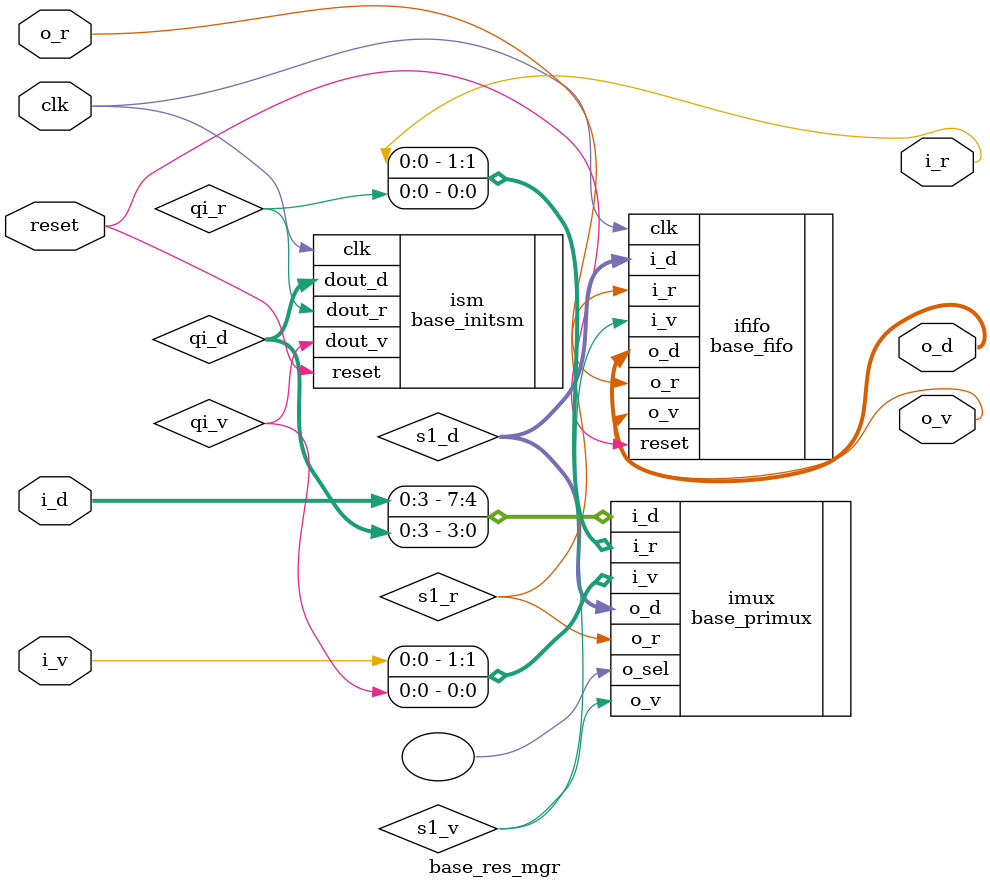
<source format=sv>
/*
 * Copyright 2017 IBM Corporation
 * Licensed to the Apache Software Foundation (ASF) under one
 * or more contributor license agreements.  See the NOTICE file
 * distributed with this work for additional information
 * regarding copyright ownership.  The ASF licenses this file
 * to you under the Apache License, Version 2.0 (the
 * "License"); you may not use this file except in compliance
 * with the License.  You may obtain a copy of the License at
 *
 *     http://www.apache.org/licenses/LICENSE-2.0
 *
 * Unless required by applicable law or agreed to in writing, software
 * distributed under the License is distributed on an "AS IS" BASIS,
 * WITHOUT WARRANTIES OR CONDITIONS OF ANY KIND, either express or implied.
 * See the License for the specific language governing permissions and
 * limitations under the License.
 *
 * Author: Andrew K Martin akmartin@us.ibm.com
 */
 
module base_res_mgr#
  (
   parameter width = 4,
   parameter num_res = 2 ** width
   )
   (
    input 	       clk,
    input 	       reset,
    input 	       i_v,
    output 	       i_r,
    input [0:width-1]  i_d,
    output 	       o_v,
    output [0:width-1] o_d,
    input 	       o_r
    );

   // initialize wthe queue
   wire 	       qi_v, qi_r;
   wire [0:width-1]    qi_d;
   base_initsm#(.COUNT(num_res), .LOG_COUNT(width)) ism(.clk(clk),.reset(reset),.dout_r(qi_r),.dout_v(qi_v), .dout_d(qi_d));

   wire 		 s1_v, s1_r;
   wire [0:width-1] 	 s1_d;
   base_primux#(.ways(2),.width(width)) imux(.i_v({i_v,qi_v}),.i_r({i_r,qi_r}),.i_d({i_d,qi_d}), .o_v(s1_v),.o_r(s1_r),.o_d(s1_d),.o_sel());
   base_fifo#(.DEPTH(num_res), .LOG_DEPTH(width), .width(width)) ififo(.clk(clk),.reset(reset),.i_r(s1_r),.i_v(s1_v),.i_d(s1_d),.o_v(o_v),.o_d(o_d),.o_r(o_r));
endmodule // gx_res_mgr
   

</source>
